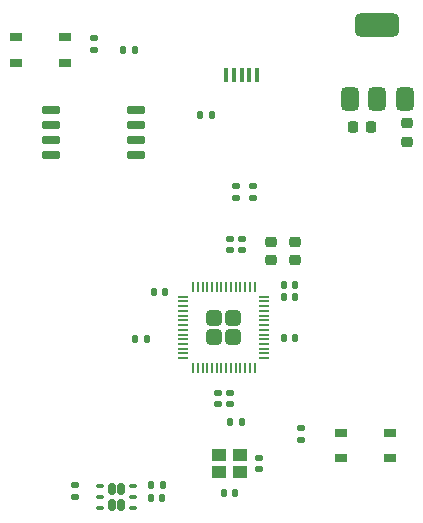
<source format=gbr>
%TF.GenerationSoftware,KiCad,Pcbnew,8.0.2-1*%
%TF.CreationDate,2024-06-04T19:54:43-07:00*%
%TF.ProjectId,pcb_design_1,7063625f-6465-4736-9967-6e5f312e6b69,rev?*%
%TF.SameCoordinates,Original*%
%TF.FileFunction,Paste,Top*%
%TF.FilePolarity,Positive*%
%FSLAX46Y46*%
G04 Gerber Fmt 4.6, Leading zero omitted, Abs format (unit mm)*
G04 Created by KiCad (PCBNEW 8.0.2-1) date 2024-06-04 19:54:43*
%MOMM*%
%LPD*%
G01*
G04 APERTURE LIST*
G04 Aperture macros list*
%AMRoundRect*
0 Rectangle with rounded corners*
0 $1 Rounding radius*
0 $2 $3 $4 $5 $6 $7 $8 $9 X,Y pos of 4 corners*
0 Add a 4 corners polygon primitive as box body*
4,1,4,$2,$3,$4,$5,$6,$7,$8,$9,$2,$3,0*
0 Add four circle primitives for the rounded corners*
1,1,$1+$1,$2,$3*
1,1,$1+$1,$4,$5*
1,1,$1+$1,$6,$7*
1,1,$1+$1,$8,$9*
0 Add four rect primitives between the rounded corners*
20,1,$1+$1,$2,$3,$4,$5,0*
20,1,$1+$1,$4,$5,$6,$7,0*
20,1,$1+$1,$6,$7,$8,$9,0*
20,1,$1+$1,$8,$9,$2,$3,0*%
G04 Aperture macros list end*
%ADD10RoundRect,0.140000X-0.170000X0.140000X-0.170000X-0.140000X0.170000X-0.140000X0.170000X0.140000X0*%
%ADD11R,1.041400X0.660400*%
%ADD12RoundRect,0.135000X-0.185000X0.135000X-0.185000X-0.135000X0.185000X-0.135000X0.185000X0.135000X0*%
%ADD13RoundRect,0.225000X0.250000X-0.225000X0.250000X0.225000X-0.250000X0.225000X-0.250000X-0.225000X0*%
%ADD14RoundRect,0.249999X-0.395001X-0.395001X0.395001X-0.395001X0.395001X0.395001X-0.395001X0.395001X0*%
%ADD15RoundRect,0.050000X-0.387500X-0.050000X0.387500X-0.050000X0.387500X0.050000X-0.387500X0.050000X0*%
%ADD16RoundRect,0.050000X-0.050000X-0.387500X0.050000X-0.387500X0.050000X0.387500X-0.050000X0.387500X0*%
%ADD17RoundRect,0.140000X-0.140000X-0.170000X0.140000X-0.170000X0.140000X0.170000X-0.140000X0.170000X0*%
%ADD18RoundRect,0.135000X0.135000X0.185000X-0.135000X0.185000X-0.135000X-0.185000X0.135000X-0.185000X0*%
%ADD19RoundRect,0.135000X0.185000X-0.135000X0.185000X0.135000X-0.185000X0.135000X-0.185000X-0.135000X0*%
%ADD20RoundRect,0.135000X-0.135000X-0.185000X0.135000X-0.185000X0.135000X0.185000X-0.135000X0.185000X0*%
%ADD21R,1.150000X1.000000*%
%ADD22RoundRect,0.140000X0.170000X-0.140000X0.170000X0.140000X-0.170000X0.140000X-0.170000X-0.140000X0*%
%ADD23R,0.450000X1.300000*%
%ADD24RoundRect,0.140000X0.140000X0.170000X-0.140000X0.170000X-0.140000X-0.170000X0.140000X-0.170000X0*%
%ADD25RoundRect,0.375000X0.375000X-0.625000X0.375000X0.625000X-0.375000X0.625000X-0.375000X-0.625000X0*%
%ADD26RoundRect,0.500000X1.400000X-0.500000X1.400000X0.500000X-1.400000X0.500000X-1.400000X-0.500000X0*%
%ADD27RoundRect,0.150000X-0.650000X-0.150000X0.650000X-0.150000X0.650000X0.150000X-0.650000X0.150000X0*%
%ADD28RoundRect,0.150000X-0.150000X-0.350000X0.150000X-0.350000X0.150000X0.350000X-0.150000X0.350000X0*%
%ADD29RoundRect,0.100000X-0.200000X-0.100000X0.200000X-0.100000X0.200000X0.100000X-0.200000X0.100000X0*%
%ADD30RoundRect,0.225000X-0.250000X0.225000X-0.250000X-0.225000X0.250000X-0.225000X0.250000X0.225000X0*%
%ADD31RoundRect,0.225000X0.225000X0.250000X-0.225000X0.250000X-0.225000X-0.250000X0.225000X-0.250000X0*%
G04 APERTURE END LIST*
D10*
%TO.C,C5*%
X85000000Y-90020000D03*
X85000000Y-90980000D03*
%TD*%
D11*
%TO.C,SW1*%
X67925000Y-59925000D03*
X72075000Y-59925000D03*
X67925000Y-62075000D03*
X72075000Y-62075000D03*
%TD*%
D12*
%TO.C,R3*%
X74500000Y-59990000D03*
X74500000Y-61010000D03*
%TD*%
D13*
%TO.C,C12*%
X91500000Y-78775000D03*
X91500000Y-77225000D03*
%TD*%
D14*
%TO.C,U1*%
X84700000Y-83700000D03*
X84700000Y-85300000D03*
X86300000Y-83700000D03*
X86300000Y-85300000D03*
D15*
X82062500Y-81900000D03*
X82062500Y-82300000D03*
X82062500Y-82700000D03*
X82062500Y-83100000D03*
X82062500Y-83500000D03*
X82062500Y-83900000D03*
X82062500Y-84300000D03*
X82062500Y-84700000D03*
X82062500Y-85100000D03*
X82062500Y-85500000D03*
X82062500Y-85900000D03*
X82062500Y-86300000D03*
X82062500Y-86700000D03*
X82062500Y-87100000D03*
D16*
X82900000Y-87937500D03*
X83300000Y-87937500D03*
X83700000Y-87937500D03*
X84100000Y-87937500D03*
X84500000Y-87937500D03*
X84900000Y-87937500D03*
X85300000Y-87937500D03*
X85700000Y-87937500D03*
X86100000Y-87937500D03*
X86500000Y-87937500D03*
X86900000Y-87937500D03*
X87300000Y-87937500D03*
X87700000Y-87937500D03*
X88100000Y-87937500D03*
D15*
X88937500Y-87100000D03*
X88937500Y-86700000D03*
X88937500Y-86300000D03*
X88937500Y-85900000D03*
X88937500Y-85500000D03*
X88937500Y-85100000D03*
X88937500Y-84700000D03*
X88937500Y-84300000D03*
X88937500Y-83900000D03*
X88937500Y-83500000D03*
X88937500Y-83100000D03*
X88937500Y-82700000D03*
X88937500Y-82300000D03*
X88937500Y-81900000D03*
D16*
X88100000Y-81062500D03*
X87700000Y-81062500D03*
X87300000Y-81062500D03*
X86900000Y-81062500D03*
X86500000Y-81062500D03*
X86100000Y-81062500D03*
X85700000Y-81062500D03*
X85300000Y-81062500D03*
X84900000Y-81062500D03*
X84500000Y-81062500D03*
X84100000Y-81062500D03*
X83700000Y-81062500D03*
X83300000Y-81062500D03*
X82900000Y-81062500D03*
%TD*%
D17*
%TO.C,C14*%
X85520000Y-98500000D03*
X86480000Y-98500000D03*
%TD*%
D18*
%TO.C,R5*%
X80357500Y-97850000D03*
X79337500Y-97850000D03*
%TD*%
D19*
%TO.C,R8*%
X92000000Y-94010000D03*
X92000000Y-92990000D03*
%TD*%
D20*
%TO.C,R7*%
X85990000Y-92500000D03*
X87010000Y-92500000D03*
%TD*%
D21*
%TO.C,Y1*%
X85125000Y-96700000D03*
X86875000Y-96700000D03*
X86875000Y-95300000D03*
X85125000Y-95300000D03*
%TD*%
D19*
%TO.C,R1*%
X86500000Y-73510000D03*
X86500000Y-72490000D03*
%TD*%
D22*
%TO.C,C10*%
X86000000Y-77980000D03*
X86000000Y-77020000D03*
%TD*%
D17*
%TO.C,C6*%
X90582500Y-85400000D03*
X91542500Y-85400000D03*
%TD*%
D23*
%TO.C,J1*%
X88300000Y-63155000D03*
X87650000Y-63155000D03*
X87000000Y-63155000D03*
X86350000Y-63155000D03*
X85700000Y-63155000D03*
%TD*%
D17*
%TO.C,C17*%
X79337500Y-98950000D03*
X80297500Y-98950000D03*
%TD*%
D24*
%TO.C,C4*%
X78980000Y-85500000D03*
X78020000Y-85500000D03*
%TD*%
D11*
%TO.C,SW2*%
X95425000Y-93425000D03*
X99575000Y-93425000D03*
X95425000Y-95575000D03*
X99575000Y-95575000D03*
%TD*%
D25*
%TO.C,U2*%
X96200000Y-65150000D03*
X98500000Y-65150000D03*
D26*
X98500000Y-58850000D03*
D25*
X100800000Y-65150000D03*
%TD*%
D27*
%TO.C,U3*%
X70900000Y-66095000D03*
X70900000Y-67365000D03*
X70900000Y-68635000D03*
X70900000Y-69905000D03*
X78100000Y-69905000D03*
X78100000Y-68635000D03*
X78100000Y-67365000D03*
X78100000Y-66095000D03*
%TD*%
D20*
%TO.C,R4*%
X76990000Y-61000000D03*
X78010000Y-61000000D03*
%TD*%
D19*
%TO.C,R2*%
X88000000Y-73510000D03*
X88000000Y-72490000D03*
%TD*%
D28*
%TO.C,U4*%
X76000000Y-98200000D03*
X76000000Y-99500000D03*
X76800000Y-98200000D03*
X76800000Y-99500000D03*
D29*
X75000000Y-97900000D03*
X75000000Y-98850000D03*
X75000000Y-99800000D03*
X77800000Y-99800000D03*
X77800000Y-98850000D03*
X77800000Y-97900000D03*
%TD*%
D19*
%TO.C,R6*%
X72890000Y-98860000D03*
X72890000Y-97840000D03*
%TD*%
D17*
%TO.C,C7*%
X90582500Y-81900000D03*
X91542500Y-81900000D03*
%TD*%
%TO.C,C16*%
X83520000Y-66500000D03*
X84480000Y-66500000D03*
%TD*%
D13*
%TO.C,C13*%
X89500000Y-78775000D03*
X89500000Y-77225000D03*
%TD*%
D30*
%TO.C,C1*%
X101000000Y-67225000D03*
X101000000Y-68775000D03*
%TD*%
D31*
%TO.C,C2*%
X98000000Y-67500000D03*
X96450000Y-67500000D03*
%TD*%
D10*
%TO.C,C15*%
X88500000Y-95520000D03*
X88500000Y-96480000D03*
%TD*%
D17*
%TO.C,C11*%
X90582500Y-80900000D03*
X91542500Y-80900000D03*
%TD*%
D10*
%TO.C,C9*%
X86000000Y-90020000D03*
X86000000Y-90980000D03*
%TD*%
D22*
%TO.C,C8*%
X87000000Y-77980000D03*
X87000000Y-77020000D03*
%TD*%
D24*
%TO.C,C3*%
X80542500Y-81500000D03*
X79582500Y-81500000D03*
%TD*%
M02*

</source>
